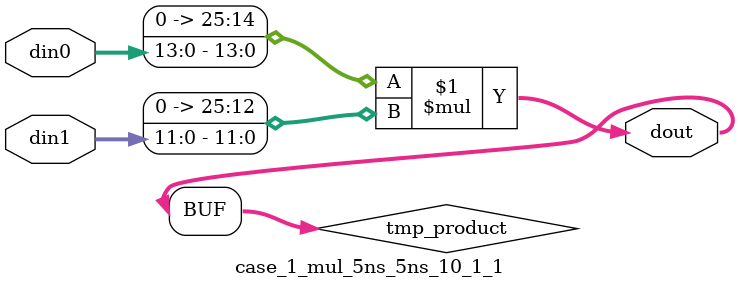
<source format=v>

`timescale 1 ns / 1 ps

 (* use_dsp = "no" *)  module case_1_mul_5ns_5ns_10_1_1(din0, din1, dout);
parameter ID = 1;
parameter NUM_STAGE = 0;
parameter din0_WIDTH = 14;
parameter din1_WIDTH = 12;
parameter dout_WIDTH = 26;

input [din0_WIDTH - 1 : 0] din0; 
input [din1_WIDTH - 1 : 0] din1; 
output [dout_WIDTH - 1 : 0] dout;

wire signed [dout_WIDTH - 1 : 0] tmp_product;
























assign tmp_product = $signed({1'b0, din0}) * $signed({1'b0, din1});











assign dout = tmp_product;





















endmodule

</source>
